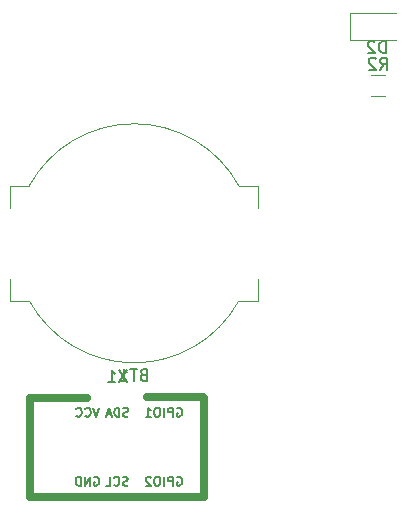
<source format=gbr>
G04 #@! TF.GenerationSoftware,KiCad,Pcbnew,(5.1.2)-1*
G04 #@! TF.CreationDate,2019-07-16T22:45:59-05:00*
G04 #@! TF.ProjectId,1ktwitter,316b7477-6974-4746-9572-2e6b69636164,rev?*
G04 #@! TF.SameCoordinates,Original*
G04 #@! TF.FileFunction,Legend,Bot*
G04 #@! TF.FilePolarity,Positive*
%FSLAX46Y46*%
G04 Gerber Fmt 4.6, Leading zero omitted, Abs format (unit mm)*
G04 Created by KiCad (PCBNEW (5.1.2)-1) date 2019-07-16 22:45:59*
%MOMM*%
%LPD*%
G04 APERTURE LIST*
%ADD10C,0.700000*%
%ADD11C,0.120000*%
%ADD12C,0.150000*%
G04 APERTURE END LIST*
D10*
X-10744200Y-18369280D02*
X-15570200Y-18369280D01*
X-924560Y-18318480D02*
X-5664200Y-18318480D01*
X-15570200Y-18369280D02*
X-15570200Y-26751280D01*
X-15570200Y-26751280D02*
X-838200Y-26751280D01*
X-838200Y-26751280D02*
X-838200Y-18369280D01*
D11*
X-17261960Y-10185980D02*
X-15654870Y-10185980D01*
X-17261960Y-8300980D02*
X-17261960Y-10185980D01*
X3678040Y-8300980D02*
X3678040Y-10185980D01*
X-17261960Y-2300980D02*
X-17261960Y-415980D01*
X3678040Y-2300980D02*
X3678040Y-415980D01*
X3678040Y-10185980D02*
X2070950Y-10185980D01*
X-17261960Y-415980D02*
X-15654870Y-415980D01*
X3678040Y-415980D02*
X2070950Y-415980D01*
X-15654870Y-10185980D02*
G75*
G03X2070950Y-10185980I8862910J4885000D01*
G01*
X2073061Y-419812D02*
G75*
G03X-15654870Y-415980I-8865021J-4881168D01*
G01*
X15366800Y11946000D02*
X11481800Y11946000D01*
X11481800Y11946000D02*
X11481800Y14216000D01*
X11481800Y14216000D02*
X15366800Y14216000D01*
X14470464Y7131640D02*
X13266336Y7131640D01*
X14470464Y8951640D02*
X13266336Y8951640D01*
D12*
X-7394676Y-16043660D02*
X-8061342Y-17043660D01*
X-8061342Y-16043660D02*
X-7394676Y-17043660D01*
X-8966104Y-17043660D02*
X-8394676Y-17043660D01*
X-8680390Y-17043660D02*
X-8680390Y-16043660D01*
X-8585152Y-16186518D01*
X-8489914Y-16281756D01*
X-8394676Y-16329375D01*
X-9744200Y-19228565D02*
X-9994200Y-19978565D01*
X-10244200Y-19228565D01*
X-10922771Y-19907137D02*
X-10887057Y-19942851D01*
X-10779914Y-19978565D01*
X-10708485Y-19978565D01*
X-10601342Y-19942851D01*
X-10529914Y-19871422D01*
X-10494200Y-19799994D01*
X-10458485Y-19657137D01*
X-10458485Y-19549994D01*
X-10494200Y-19407137D01*
X-10529914Y-19335708D01*
X-10601342Y-19264280D01*
X-10708485Y-19228565D01*
X-10779914Y-19228565D01*
X-10887057Y-19264280D01*
X-10922771Y-19299994D01*
X-11672771Y-19907137D02*
X-11637057Y-19942851D01*
X-11529914Y-19978565D01*
X-11458485Y-19978565D01*
X-11351342Y-19942851D01*
X-11279914Y-19871422D01*
X-11244200Y-19799994D01*
X-11208485Y-19657137D01*
X-11208485Y-19549994D01*
X-11244200Y-19407137D01*
X-11279914Y-19335708D01*
X-11351342Y-19264280D01*
X-11458485Y-19228565D01*
X-11529914Y-19228565D01*
X-11637057Y-19264280D01*
X-11672771Y-19299994D01*
X-7293485Y-19942851D02*
X-7400628Y-19978565D01*
X-7579200Y-19978565D01*
X-7650628Y-19942851D01*
X-7686342Y-19907137D01*
X-7722057Y-19835708D01*
X-7722057Y-19764280D01*
X-7686342Y-19692851D01*
X-7650628Y-19657137D01*
X-7579200Y-19621422D01*
X-7436342Y-19585708D01*
X-7364914Y-19549994D01*
X-7329200Y-19514280D01*
X-7293485Y-19442851D01*
X-7293485Y-19371422D01*
X-7329200Y-19299994D01*
X-7364914Y-19264280D01*
X-7436342Y-19228565D01*
X-7614914Y-19228565D01*
X-7722057Y-19264280D01*
X-8043485Y-19978565D02*
X-8043485Y-19228565D01*
X-8222057Y-19228565D01*
X-8329200Y-19264280D01*
X-8400628Y-19335708D01*
X-8436342Y-19407137D01*
X-8472057Y-19549994D01*
X-8472057Y-19657137D01*
X-8436342Y-19799994D01*
X-8400628Y-19871422D01*
X-8329200Y-19942851D01*
X-8222057Y-19978565D01*
X-8043485Y-19978565D01*
X-8757771Y-19764280D02*
X-9114914Y-19764280D01*
X-8686342Y-19978565D02*
X-8936342Y-19228565D01*
X-9186342Y-19978565D01*
X-3160057Y-19264280D02*
X-3088628Y-19228565D01*
X-2981485Y-19228565D01*
X-2874342Y-19264280D01*
X-2802914Y-19335708D01*
X-2767200Y-19407137D01*
X-2731485Y-19549994D01*
X-2731485Y-19657137D01*
X-2767200Y-19799994D01*
X-2802914Y-19871422D01*
X-2874342Y-19942851D01*
X-2981485Y-19978565D01*
X-3052914Y-19978565D01*
X-3160057Y-19942851D01*
X-3195771Y-19907137D01*
X-3195771Y-19657137D01*
X-3052914Y-19657137D01*
X-3517200Y-19978565D02*
X-3517200Y-19228565D01*
X-3802914Y-19228565D01*
X-3874342Y-19264280D01*
X-3910057Y-19299994D01*
X-3945771Y-19371422D01*
X-3945771Y-19478565D01*
X-3910057Y-19549994D01*
X-3874342Y-19585708D01*
X-3802914Y-19621422D01*
X-3517200Y-19621422D01*
X-4267200Y-19978565D02*
X-4267200Y-19228565D01*
X-4767200Y-19228565D02*
X-4910057Y-19228565D01*
X-4981485Y-19264280D01*
X-5052914Y-19335708D01*
X-5088628Y-19478565D01*
X-5088628Y-19728565D01*
X-5052914Y-19871422D01*
X-4981485Y-19942851D01*
X-4910057Y-19978565D01*
X-4767200Y-19978565D01*
X-4695771Y-19942851D01*
X-4624342Y-19871422D01*
X-4588628Y-19728565D01*
X-4588628Y-19478565D01*
X-4624342Y-19335708D01*
X-4695771Y-19264280D01*
X-4767200Y-19228565D01*
X-5802914Y-19978565D02*
X-5374342Y-19978565D01*
X-5588628Y-19978565D02*
X-5588628Y-19228565D01*
X-5517200Y-19335708D01*
X-5445771Y-19407137D01*
X-5374342Y-19442851D01*
X-10172771Y-25106280D02*
X-10101342Y-25070565D01*
X-9994200Y-25070565D01*
X-9887057Y-25106280D01*
X-9815628Y-25177708D01*
X-9779914Y-25249137D01*
X-9744200Y-25391994D01*
X-9744200Y-25499137D01*
X-9779914Y-25641994D01*
X-9815628Y-25713422D01*
X-9887057Y-25784851D01*
X-9994200Y-25820565D01*
X-10065628Y-25820565D01*
X-10172771Y-25784851D01*
X-10208485Y-25749137D01*
X-10208485Y-25499137D01*
X-10065628Y-25499137D01*
X-10529914Y-25820565D02*
X-10529914Y-25070565D01*
X-10958485Y-25820565D01*
X-10958485Y-25070565D01*
X-11315628Y-25820565D02*
X-11315628Y-25070565D01*
X-11494199Y-25070565D01*
X-11601342Y-25106280D01*
X-11672771Y-25177708D01*
X-11708485Y-25249137D01*
X-11744199Y-25391994D01*
X-11744199Y-25499137D01*
X-11708485Y-25641994D01*
X-11672771Y-25713422D01*
X-11601342Y-25784851D01*
X-11494199Y-25820565D01*
X-11315628Y-25820565D01*
X-7311342Y-25784851D02*
X-7418485Y-25820565D01*
X-7597057Y-25820565D01*
X-7668485Y-25784851D01*
X-7704200Y-25749137D01*
X-7739914Y-25677708D01*
X-7739914Y-25606280D01*
X-7704200Y-25534851D01*
X-7668485Y-25499137D01*
X-7597057Y-25463422D01*
X-7454200Y-25427708D01*
X-7382771Y-25391994D01*
X-7347057Y-25356280D01*
X-7311342Y-25284851D01*
X-7311342Y-25213422D01*
X-7347057Y-25141994D01*
X-7382771Y-25106280D01*
X-7454200Y-25070565D01*
X-7632771Y-25070565D01*
X-7739914Y-25106280D01*
X-8489914Y-25749137D02*
X-8454200Y-25784851D01*
X-8347057Y-25820565D01*
X-8275628Y-25820565D01*
X-8168485Y-25784851D01*
X-8097057Y-25713422D01*
X-8061342Y-25641994D01*
X-8025628Y-25499137D01*
X-8025628Y-25391994D01*
X-8061342Y-25249137D01*
X-8097057Y-25177708D01*
X-8168485Y-25106280D01*
X-8275628Y-25070565D01*
X-8347057Y-25070565D01*
X-8454200Y-25106280D01*
X-8489914Y-25141994D01*
X-9168485Y-25820565D02*
X-8811342Y-25820565D01*
X-8811342Y-25070565D01*
X-3160057Y-25106280D02*
X-3088628Y-25070565D01*
X-2981485Y-25070565D01*
X-2874342Y-25106280D01*
X-2802914Y-25177708D01*
X-2767200Y-25249137D01*
X-2731485Y-25391994D01*
X-2731485Y-25499137D01*
X-2767200Y-25641994D01*
X-2802914Y-25713422D01*
X-2874342Y-25784851D01*
X-2981485Y-25820565D01*
X-3052914Y-25820565D01*
X-3160057Y-25784851D01*
X-3195771Y-25749137D01*
X-3195771Y-25499137D01*
X-3052914Y-25499137D01*
X-3517200Y-25820565D02*
X-3517200Y-25070565D01*
X-3802914Y-25070565D01*
X-3874342Y-25106280D01*
X-3910057Y-25141994D01*
X-3945771Y-25213422D01*
X-3945771Y-25320565D01*
X-3910057Y-25391994D01*
X-3874342Y-25427708D01*
X-3802914Y-25463422D01*
X-3517200Y-25463422D01*
X-4267200Y-25820565D02*
X-4267200Y-25070565D01*
X-4767200Y-25070565D02*
X-4910057Y-25070565D01*
X-4981485Y-25106280D01*
X-5052914Y-25177708D01*
X-5088628Y-25320565D01*
X-5088628Y-25570565D01*
X-5052914Y-25713422D01*
X-4981485Y-25784851D01*
X-4910057Y-25820565D01*
X-4767200Y-25820565D01*
X-4695771Y-25784851D01*
X-4624342Y-25713422D01*
X-4588628Y-25570565D01*
X-4588628Y-25320565D01*
X-4624342Y-25177708D01*
X-4695771Y-25106280D01*
X-4767200Y-25070565D01*
X-5374342Y-25141994D02*
X-5410057Y-25106280D01*
X-5481485Y-25070565D01*
X-5660057Y-25070565D01*
X-5731485Y-25106280D01*
X-5767200Y-25141994D01*
X-5802914Y-25213422D01*
X-5802914Y-25284851D01*
X-5767200Y-25391994D01*
X-5338628Y-25820565D01*
X-5802914Y-25820565D01*
X-6006245Y-16429551D02*
X-6149102Y-16477170D01*
X-6196721Y-16524789D01*
X-6244340Y-16620027D01*
X-6244340Y-16762884D01*
X-6196721Y-16858122D01*
X-6149102Y-16905741D01*
X-6053864Y-16953360D01*
X-5672912Y-16953360D01*
X-5672912Y-15953360D01*
X-6006245Y-15953360D01*
X-6101483Y-16000980D01*
X-6149102Y-16048599D01*
X-6196721Y-16143837D01*
X-6196721Y-16239075D01*
X-6149102Y-16334313D01*
X-6101483Y-16381932D01*
X-6006245Y-16429551D01*
X-5672912Y-16429551D01*
X-6530055Y-15953360D02*
X-7101483Y-15953360D01*
X-6815769Y-16953360D02*
X-6815769Y-15953360D01*
X-7958626Y-16953360D02*
X-7387198Y-16953360D01*
X-7672912Y-16953360D02*
X-7672912Y-15953360D01*
X-7577674Y-16096218D01*
X-7482436Y-16191456D01*
X-7387198Y-16239075D01*
X14504895Y10808619D02*
X14504895Y11808619D01*
X14266800Y11808619D01*
X14123942Y11761000D01*
X14028704Y11665761D01*
X13981085Y11570523D01*
X13933466Y11380047D01*
X13933466Y11237190D01*
X13981085Y11046714D01*
X14028704Y10951476D01*
X14123942Y10856238D01*
X14266800Y10808619D01*
X14504895Y10808619D01*
X13552514Y11713380D02*
X13504895Y11761000D01*
X13409657Y11808619D01*
X13171561Y11808619D01*
X13076323Y11761000D01*
X13028704Y11713380D01*
X12981085Y11618142D01*
X12981085Y11522904D01*
X13028704Y11380047D01*
X13600133Y10808619D01*
X12981085Y10808619D01*
X14035066Y9409259D02*
X14368400Y9885449D01*
X14606495Y9409259D02*
X14606495Y10409259D01*
X14225542Y10409259D01*
X14130304Y10361640D01*
X14082685Y10314020D01*
X14035066Y10218782D01*
X14035066Y10075925D01*
X14082685Y9980687D01*
X14130304Y9933068D01*
X14225542Y9885449D01*
X14606495Y9885449D01*
X13654114Y10314020D02*
X13606495Y10361640D01*
X13511257Y10409259D01*
X13273161Y10409259D01*
X13177923Y10361640D01*
X13130304Y10314020D01*
X13082685Y10218782D01*
X13082685Y10123544D01*
X13130304Y9980687D01*
X13701733Y9409259D01*
X13082685Y9409259D01*
M02*

</source>
